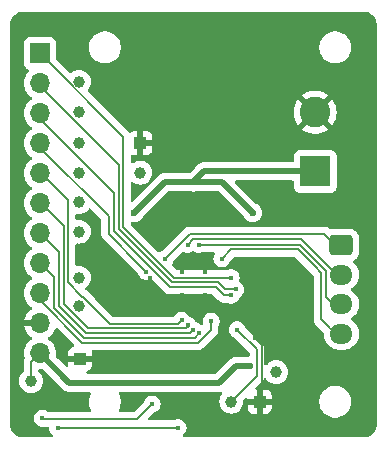
<source format=gbr>
%TF.GenerationSoftware,KiCad,Pcbnew,8.0.4*%
%TF.CreationDate,2024-09-14T10:14:20+02:00*%
%TF.ProjectId,tmc2208-breakout,746d6332-3230-4382-9d62-7265616b6f75,rev?*%
%TF.SameCoordinates,Original*%
%TF.FileFunction,Copper,L2,Bot*%
%TF.FilePolarity,Positive*%
%FSLAX46Y46*%
G04 Gerber Fmt 4.6, Leading zero omitted, Abs format (unit mm)*
G04 Created by KiCad (PCBNEW 8.0.4) date 2024-09-14 10:14:20*
%MOMM*%
%LPD*%
G01*
G04 APERTURE LIST*
G04 Aperture macros list*
%AMRoundRect*
0 Rectangle with rounded corners*
0 $1 Rounding radius*
0 $2 $3 $4 $5 $6 $7 $8 $9 X,Y pos of 4 corners*
0 Add a 4 corners polygon primitive as box body*
4,1,4,$2,$3,$4,$5,$6,$7,$8,$9,$2,$3,0*
0 Add four circle primitives for the rounded corners*
1,1,$1+$1,$2,$3*
1,1,$1+$1,$4,$5*
1,1,$1+$1,$6,$7*
1,1,$1+$1,$8,$9*
0 Add four rect primitives between the rounded corners*
20,1,$1+$1,$2,$3,$4,$5,0*
20,1,$1+$1,$4,$5,$6,$7,0*
20,1,$1+$1,$6,$7,$8,$9,0*
20,1,$1+$1,$8,$9,$2,$3,0*%
G04 Aperture macros list end*
%TA.AperFunction,ComponentPad*%
%ADD10C,1.000000*%
%TD*%
%TA.AperFunction,ComponentPad*%
%ADD11R,1.000000X1.000000*%
%TD*%
%TA.AperFunction,ComponentPad*%
%ADD12RoundRect,0.250000X-0.725000X0.600000X-0.725000X-0.600000X0.725000X-0.600000X0.725000X0.600000X0*%
%TD*%
%TA.AperFunction,ComponentPad*%
%ADD13O,1.950000X1.700000*%
%TD*%
%TA.AperFunction,ComponentPad*%
%ADD14R,1.700000X1.700000*%
%TD*%
%TA.AperFunction,ComponentPad*%
%ADD15O,1.700000X1.700000*%
%TD*%
%TA.AperFunction,ComponentPad*%
%ADD16R,2.600000X2.600000*%
%TD*%
%TA.AperFunction,ComponentPad*%
%ADD17C,2.600000*%
%TD*%
%TA.AperFunction,ViaPad*%
%ADD18C,0.400000*%
%TD*%
%TA.AperFunction,ViaPad*%
%ADD19C,0.600000*%
%TD*%
%TA.AperFunction,Conductor*%
%ADD20C,0.200000*%
%TD*%
%TA.AperFunction,Conductor*%
%ADD21C,0.500000*%
%TD*%
G04 APERTURE END LIST*
D10*
%TO.P,TP2,1,1*%
%TO.N,/DIR*%
X147300000Y-43900000D03*
%TD*%
D11*
%TO.P,TP20,1,1*%
%TO.N,GND*%
X152500000Y-49100000D03*
%TD*%
D10*
%TO.P,TP15,1,1*%
%TO.N,+5V*%
X164000000Y-68500000D03*
%TD*%
%TO.P,TP4,1,1*%
%TO.N,/MS2*%
X147300000Y-54100000D03*
%TD*%
D12*
%TO.P,J3,1,Pin_1*%
%TO.N,/OB2*%
X169525000Y-57750000D03*
D13*
%TO.P,J3,2,Pin_2*%
%TO.N,/OB1*%
X169525000Y-60250000D03*
%TO.P,J3,3,Pin_3*%
%TO.N,/OA1*%
X169525000Y-62750000D03*
%TO.P,J3,4,Pin_4*%
%TO.N,/OA2*%
X169525000Y-65250000D03*
%TD*%
D10*
%TO.P,TP6,1,1*%
%TO.N,/DIAG*%
X147300000Y-56600000D03*
%TD*%
D11*
%TO.P,TP19,1,1*%
%TO.N,GND*%
X162600000Y-71000000D03*
%TD*%
D10*
%TO.P,TP1,1,1*%
%TO.N,/EN#*%
X147300000Y-49100000D03*
%TD*%
D14*
%TO.P,J1,1,Pin_1*%
%TO.N,/DIR*%
X144000000Y-41500000D03*
D15*
%TO.P,J1,2,Pin_2*%
%TO.N,/VREF*%
X144000000Y-44040000D03*
%TO.P,J1,3,Pin_3*%
%TO.N,/STEP*%
X144000000Y-46580000D03*
%TO.P,J1,4,Pin_4*%
%TO.N,/EN#*%
X144000000Y-49120000D03*
%TO.P,J1,5,Pin_5*%
%TO.N,/MS1*%
X144000000Y-51660000D03*
%TO.P,J1,6,Pin_6*%
%TO.N,/MS2*%
X144000000Y-54200000D03*
%TO.P,J1,7,Pin_7*%
%TO.N,/DIAG*%
X144000000Y-56740000D03*
%TO.P,J1,8,Pin_8*%
%TO.N,/INDEX*%
X144000000Y-59280000D03*
%TO.P,J1,9,Pin_9*%
%TO.N,/PDN_UART*%
X144000000Y-61820000D03*
%TO.P,J1,10,Pin_10*%
%TO.N,GND*%
X144000000Y-64360000D03*
%TO.P,J1,11,Pin_11*%
%TO.N,+3V3*%
X144000000Y-66900000D03*
%TD*%
D10*
%TO.P,TP7,1,1*%
%TO.N,/INDEX*%
X147300000Y-60500000D03*
%TD*%
%TO.P,TP5,1,1*%
%TO.N,/STEP*%
X147300000Y-46500000D03*
%TD*%
D16*
%TO.P,J4,1,Pin_1*%
%TO.N,/VS*%
X167305000Y-51500000D03*
D17*
%TO.P,J4,2,Pin_2*%
%TO.N,GND*%
X167305000Y-46500000D03*
%TD*%
D10*
%TO.P,TP3,1,1*%
%TO.N,/MS1*%
X147300000Y-51600000D03*
%TD*%
%TO.P,TP14,1,1*%
%TO.N,/VS*%
X152500000Y-51600000D03*
%TD*%
%TO.P,TP12,1,1*%
%TO.N,/VCC_IO*%
X160200000Y-71000000D03*
%TD*%
D11*
%TO.P,TP18,1,1*%
%TO.N,GND*%
X147400000Y-67400000D03*
%TD*%
D10*
%TO.P,TP16,1,1*%
%TO.N,+3V3*%
X143250000Y-69250000D03*
%TD*%
%TO.P,TP8,1,1*%
%TO.N,/PDN_UART*%
X147300000Y-62900000D03*
%TD*%
D18*
%TO.N,GND*%
X153300000Y-60500000D03*
X159500000Y-63500000D03*
X156000000Y-60000000D03*
X158000000Y-62000000D03*
X162217570Y-65617570D03*
X154500000Y-67800000D03*
X159400000Y-67800000D03*
X163000000Y-59700000D03*
X163000000Y-62300000D03*
X158000000Y-60000000D03*
X154500000Y-55200000D03*
X156000000Y-62000000D03*
X150800000Y-61400000D03*
X159500000Y-55200000D03*
X157000000Y-55400000D03*
X160700000Y-59300000D03*
X154500000Y-63500000D03*
X159400000Y-67000000D03*
X154500000Y-67000000D03*
%TO.N,+3V3*%
X155500001Y-69399999D03*
D19*
X161776089Y-67976089D03*
D18*
%TO.N,/VCC_IO*%
X160693750Y-64893750D03*
D19*
%TO.N,/VS*%
X152000000Y-55000000D03*
X157000000Y-52400000D03*
X162000000Y-55000000D03*
D18*
%TO.N,/EN#*%
X152996218Y-59983164D03*
%TO.N,/DIR*%
X160200000Y-60500000D03*
%TO.N,/MS1*%
X156000000Y-64100000D03*
%TO.N,/MS2*%
X156500000Y-64500000D03*
%TO.N,/STEP*%
X160200000Y-62000000D03*
%TO.N,/DIAG*%
X156985931Y-64891559D03*
%TO.N,/INDEX*%
X157500000Y-65200000D03*
%TO.N,/PDN_UART*%
X158500000Y-64200000D03*
%TO.N,/OA1*%
X157500000Y-57700000D03*
%TO.N,/OA2*%
X159400000Y-58900000D03*
%TO.N,/OB1*%
X156500000Y-57700000D03*
%TO.N,/OB2*%
X154600000Y-58900000D03*
%TO.N,/VREF*%
X160600001Y-61499999D03*
%TO.N,Net-(STEP1-Pad2)*%
X144200000Y-72400000D03*
X153500000Y-71200000D03*
%TO.N,Net-(EN1-Pad1)*%
X145500000Y-73200000D03*
X155700000Y-73200000D03*
%TD*%
D20*
%TO.N,GND*%
X162800000Y-70800000D02*
X162800000Y-66200000D01*
X156000000Y-60000000D02*
X156000000Y-59500000D01*
X162800000Y-66200000D02*
X162217570Y-65617570D01*
X162600000Y-71000000D02*
X162800000Y-70800000D01*
X158000000Y-60000000D02*
X158000000Y-59500000D01*
D21*
%TO.N,+3V3*%
X160623911Y-67976089D02*
X159200001Y-69399999D01*
X146499999Y-69399999D02*
X144000000Y-66900000D01*
D20*
X143250000Y-67650000D02*
X144000000Y-66900000D01*
D21*
X161776089Y-67976089D02*
X160623911Y-67976089D01*
X159200001Y-69399999D02*
X155500001Y-69399999D01*
X155500001Y-69399999D02*
X146499999Y-69399999D01*
D20*
X143250000Y-69250000D02*
X143250000Y-67650000D01*
%TO.N,/VCC_IO*%
X160693750Y-64893750D02*
X162376089Y-66576089D01*
X160200000Y-71000000D02*
X162376089Y-68823911D01*
X162376089Y-66576089D02*
X162376089Y-68823911D01*
D21*
%TO.N,/VS*%
X167305000Y-51500000D02*
X157900000Y-51500000D01*
X159400000Y-52400000D02*
X162000000Y-55000000D01*
X157000000Y-52400000D02*
X159400000Y-52400000D01*
X157900000Y-51500000D02*
X157000000Y-52400000D01*
X154600000Y-52400000D02*
X152000000Y-55000000D01*
X157000000Y-52400000D02*
X154600000Y-52400000D01*
D20*
%TO.N,/EN#*%
X149817157Y-55317157D02*
X144000000Y-49500000D01*
X152497979Y-59484925D02*
X152484925Y-59484925D01*
X152996218Y-59983164D02*
X152497979Y-59484925D01*
X152484925Y-59484925D02*
X149817157Y-56817157D01*
X149817157Y-56817157D02*
X149817157Y-55317157D01*
X144000000Y-49500000D02*
X144000000Y-49005000D01*
%TO.N,/DIR*%
X151067157Y-56215624D02*
X151067157Y-48567157D01*
X151067157Y-48567157D02*
X144000000Y-41500000D01*
X160200000Y-60500000D02*
X155351533Y-60500000D01*
X155351533Y-60500000D02*
X151067157Y-56215624D01*
%TO.N,/MS1*%
X156000000Y-64100000D02*
X155700000Y-64400000D01*
X155700000Y-64400000D02*
X149900000Y-64400000D01*
X148100000Y-62600000D02*
X148100000Y-62568629D01*
X147600000Y-62100000D02*
X146400000Y-60900000D01*
X147631371Y-62100000D02*
X147600000Y-62100000D01*
X146400000Y-53945000D02*
X144000000Y-51545000D01*
X146400000Y-60900000D02*
X146400000Y-53945000D01*
X149900000Y-64400000D02*
X148100000Y-62600000D01*
X148100000Y-62568629D02*
X147631371Y-62100000D01*
%TO.N,/MS2*%
X146000000Y-56085000D02*
X144000000Y-54085000D01*
X156500000Y-64700000D02*
X156400000Y-64800000D01*
X148068629Y-64800000D02*
X146000000Y-62731371D01*
X146000000Y-62731371D02*
X146000000Y-56085000D01*
X156500000Y-64500000D02*
X156500000Y-64700000D01*
X156400000Y-64800000D02*
X148068629Y-64800000D01*
%TO.N,/STEP*%
X155020161Y-61300000D02*
X150267157Y-56546996D01*
X160200000Y-62000000D02*
X159600000Y-62000000D01*
X158900000Y-61300000D02*
X155020161Y-61300000D01*
X150267157Y-53367157D02*
X144000000Y-47100000D01*
X150267157Y-56546996D02*
X150267157Y-53367157D01*
X159600000Y-62000000D02*
X158900000Y-61300000D01*
%TO.N,/DIAG*%
X156985931Y-64891559D02*
X156677490Y-65200000D01*
X145600000Y-62897057D02*
X145600000Y-58340000D01*
X156677490Y-65200000D02*
X147902943Y-65200000D01*
X147902943Y-65200000D02*
X145600000Y-62897057D01*
X145600000Y-58340000D02*
X144000000Y-56740000D01*
%TO.N,/INDEX*%
X147737257Y-65600000D02*
X145200000Y-63062742D01*
X145200000Y-63062742D02*
X145200000Y-60480000D01*
X145200000Y-60480000D02*
X144000000Y-59280000D01*
X157500000Y-65200000D02*
X157100000Y-65600000D01*
X157100000Y-65600000D02*
X147737257Y-65600000D01*
%TO.N,/PDN_UART*%
X147571571Y-66000000D02*
X144000000Y-62428429D01*
X158500000Y-64907107D02*
X157407107Y-66000000D01*
X158500000Y-64200000D02*
X158500000Y-64907107D01*
X144000000Y-62428429D02*
X144000000Y-61820000D01*
X157407107Y-66000000D02*
X147571571Y-66000000D01*
%TO.N,/OA1*%
X169350000Y-63250000D02*
X169525000Y-63250000D01*
X157500000Y-57700000D02*
X166000000Y-57700000D01*
X168200000Y-59900000D02*
X168200000Y-62100000D01*
X168200000Y-62100000D02*
X169350000Y-63250000D01*
X166000000Y-57700000D02*
X168200000Y-59900000D01*
%TO.N,/OA2*%
X159400000Y-58900000D02*
X160200000Y-58100000D01*
X167800000Y-60300000D02*
X167800000Y-64025000D01*
X167800000Y-60065686D02*
X167800000Y-60300000D01*
X167267157Y-59532843D02*
X167800000Y-60065686D01*
X167800000Y-64025000D02*
X169525000Y-65750000D01*
X160200000Y-58100000D02*
X160900000Y-58100000D01*
X165834314Y-58100000D02*
X167267157Y-59532843D01*
X160900000Y-58100000D02*
X165834314Y-58100000D01*
%TO.N,/OB1*%
X157000000Y-57200000D02*
X166100000Y-57200000D01*
X156500000Y-57700000D02*
X157000000Y-57200000D01*
X166100000Y-57200000D02*
X169525000Y-60625000D01*
%TO.N,/OB2*%
X168075000Y-56800000D02*
X169525000Y-58250000D01*
X154600000Y-58900000D02*
X154600000Y-58892893D01*
X154600000Y-58892893D02*
X156692893Y-56800000D01*
X156692893Y-56800000D02*
X168075000Y-56800000D01*
%TO.N,/VREF*%
X155185847Y-60900000D02*
X150667157Y-56381311D01*
X144400000Y-44731371D02*
X144400000Y-44040000D01*
X160600001Y-61499999D02*
X159665685Y-61499999D01*
X159665685Y-61499999D02*
X159065686Y-60900000D01*
X159065686Y-60900000D02*
X155185847Y-60900000D01*
X150667157Y-50998528D02*
X144400000Y-44731371D01*
X150667157Y-56381311D02*
X150667157Y-50998528D01*
%TO.N,Net-(STEP1-Pad2)*%
X144200000Y-72400000D02*
X144300000Y-72500000D01*
X150100000Y-72500000D02*
X152200000Y-72500000D01*
X152200000Y-72500000D02*
X153500000Y-71200000D01*
X144300000Y-72500000D02*
X150100000Y-72500000D01*
%TO.N,Net-(EN1-Pad1)*%
X155000000Y-73200000D02*
X155700000Y-73200000D01*
X145500000Y-73200000D02*
X155000000Y-73200000D01*
%TD*%
%TA.AperFunction,Conductor*%
%TO.N,GND*%
G36*
X171501551Y-38000038D02*
G01*
X171587403Y-38002141D01*
X171608896Y-38004523D01*
X171778820Y-38038323D01*
X171802443Y-38045489D01*
X171961076Y-38111197D01*
X171982856Y-38122840D01*
X172125612Y-38218226D01*
X172144705Y-38233896D01*
X172266103Y-38355294D01*
X172281773Y-38374387D01*
X172377159Y-38517143D01*
X172388803Y-38538926D01*
X172454507Y-38697547D01*
X172461677Y-38721185D01*
X172495475Y-38891102D01*
X172497858Y-38912596D01*
X172499962Y-38998447D01*
X172500000Y-39001534D01*
X172500000Y-72998465D01*
X172499962Y-73001552D01*
X172497858Y-73087403D01*
X172495475Y-73108897D01*
X172461677Y-73278814D01*
X172454507Y-73302452D01*
X172388803Y-73461073D01*
X172377159Y-73482856D01*
X172281773Y-73625612D01*
X172266103Y-73644705D01*
X172144705Y-73766103D01*
X172125612Y-73781773D01*
X171982856Y-73877159D01*
X171961073Y-73888803D01*
X171802452Y-73954507D01*
X171778814Y-73961677D01*
X171608897Y-73995475D01*
X171587403Y-73997858D01*
X171503631Y-73999911D01*
X171501550Y-73999962D01*
X171498465Y-74000000D01*
X156197651Y-74000000D01*
X156129530Y-73979998D01*
X156083037Y-73926342D01*
X156072933Y-73856068D01*
X156102427Y-73791488D01*
X156114091Y-73779693D01*
X156234215Y-73673273D01*
X156331954Y-73531675D01*
X156392965Y-73370801D01*
X156413704Y-73200000D01*
X156392965Y-73029199D01*
X156331954Y-72868325D01*
X156234215Y-72726727D01*
X156105430Y-72612633D01*
X156105429Y-72612632D01*
X156105426Y-72612630D01*
X155953087Y-72532677D01*
X155953079Y-72532673D01*
X155786031Y-72491500D01*
X155786028Y-72491500D01*
X155613972Y-72491500D01*
X155613968Y-72491500D01*
X155446920Y-72532673D01*
X155446912Y-72532677D01*
X155362335Y-72577067D01*
X155303780Y-72591500D01*
X153273240Y-72591500D01*
X153205119Y-72571498D01*
X153158626Y-72517842D01*
X153148522Y-72447568D01*
X153178016Y-72382988D01*
X153184144Y-72376405D01*
X153289959Y-72270588D01*
X153648807Y-71911740D01*
X153707748Y-71878498D01*
X153753083Y-71867325D01*
X153905430Y-71787367D01*
X154034215Y-71673273D01*
X154131954Y-71531675D01*
X154192965Y-71370801D01*
X154207633Y-71250000D01*
X154213704Y-71200003D01*
X154213704Y-71199996D01*
X154195458Y-71049728D01*
X154192965Y-71029199D01*
X154131954Y-70868325D01*
X154034215Y-70726727D01*
X153905430Y-70612633D01*
X153905429Y-70612632D01*
X153905426Y-70612630D01*
X153753087Y-70532677D01*
X153753079Y-70532673D01*
X153586031Y-70491500D01*
X153586028Y-70491500D01*
X153413972Y-70491500D01*
X153413968Y-70491500D01*
X153246920Y-70532673D01*
X153246912Y-70532677D01*
X153094573Y-70612630D01*
X153094568Y-70612634D01*
X152965785Y-70726727D01*
X152868045Y-70868326D01*
X152814662Y-71009088D01*
X152785946Y-71053503D01*
X151984856Y-71854595D01*
X151922543Y-71888620D01*
X151895760Y-71891500D01*
X150767072Y-71891500D01*
X150698951Y-71871498D01*
X150652458Y-71817842D01*
X150642354Y-71747568D01*
X150654805Y-71708297D01*
X150655049Y-71707819D01*
X150655051Y-71707816D01*
X150751557Y-71518412D01*
X150817246Y-71316243D01*
X150850500Y-71106287D01*
X150850500Y-70893713D01*
X150817246Y-70683757D01*
X150751557Y-70481588D01*
X150680280Y-70341700D01*
X150667177Y-70271925D01*
X150693877Y-70206140D01*
X150751905Y-70165234D01*
X150792548Y-70158499D01*
X159274702Y-70158499D01*
X159274706Y-70158499D01*
X159274707Y-70158499D01*
X159301304Y-70153208D01*
X159372015Y-70159534D01*
X159428084Y-70203087D01*
X159451705Y-70270038D01*
X159435380Y-70339133D01*
X159423286Y-70356719D01*
X159357405Y-70436995D01*
X159263759Y-70612195D01*
X159206090Y-70802305D01*
X159186620Y-70999996D01*
X159186620Y-71000003D01*
X159206090Y-71197694D01*
X159206091Y-71197700D01*
X159206092Y-71197701D01*
X159263759Y-71387804D01*
X159357405Y-71563004D01*
X159483432Y-71716568D01*
X159636996Y-71842595D01*
X159812196Y-71936241D01*
X160002299Y-71993908D01*
X160002303Y-71993908D01*
X160002305Y-71993909D01*
X160199997Y-72013380D01*
X160200000Y-72013380D01*
X160200003Y-72013380D01*
X160397694Y-71993909D01*
X160397695Y-71993908D01*
X160397701Y-71993908D01*
X160587804Y-71936241D01*
X160763004Y-71842595D01*
X160916568Y-71716568D01*
X161042595Y-71563004D01*
X161050296Y-71548597D01*
X161592000Y-71548597D01*
X161598505Y-71609093D01*
X161649555Y-71745964D01*
X161649555Y-71745965D01*
X161737095Y-71862904D01*
X161854034Y-71950444D01*
X161990906Y-72001494D01*
X162051402Y-72007999D01*
X162051415Y-72008000D01*
X162346000Y-72008000D01*
X162854000Y-72008000D01*
X163148585Y-72008000D01*
X163148597Y-72007999D01*
X163209093Y-72001494D01*
X163345964Y-71950444D01*
X163345965Y-71950444D01*
X163462904Y-71862904D01*
X163550444Y-71745965D01*
X163550444Y-71745964D01*
X163601494Y-71609093D01*
X163607999Y-71548597D01*
X163608000Y-71548585D01*
X163608000Y-71254000D01*
X162854000Y-71254000D01*
X162854000Y-72008000D01*
X162346000Y-72008000D01*
X162346000Y-71254000D01*
X161592000Y-71254000D01*
X161592000Y-71548597D01*
X161050296Y-71548597D01*
X161136241Y-71387804D01*
X161193908Y-71197701D01*
X161208111Y-71053503D01*
X161213380Y-71000003D01*
X161213380Y-70999999D01*
X161212402Y-70990071D01*
X161208482Y-70950272D01*
X162350000Y-70950272D01*
X162350000Y-71049728D01*
X162388060Y-71141614D01*
X162458386Y-71211940D01*
X162550272Y-71250000D01*
X162649728Y-71250000D01*
X162741614Y-71211940D01*
X162811940Y-71141614D01*
X162850000Y-71049728D01*
X162850000Y-70950272D01*
X162826573Y-70893713D01*
X167649500Y-70893713D01*
X167649500Y-71106287D01*
X167682754Y-71316243D01*
X167748443Y-71518412D01*
X167836636Y-71691500D01*
X167844951Y-71707819D01*
X167863010Y-71732675D01*
X167969896Y-71879792D01*
X167969898Y-71879794D01*
X167969900Y-71879797D01*
X168120202Y-72030099D01*
X168120205Y-72030101D01*
X168120208Y-72030104D01*
X168292184Y-72155051D01*
X168481588Y-72251557D01*
X168683757Y-72317246D01*
X168893713Y-72350500D01*
X168893716Y-72350500D01*
X169106284Y-72350500D01*
X169106287Y-72350500D01*
X169316243Y-72317246D01*
X169518412Y-72251557D01*
X169707816Y-72155051D01*
X169879792Y-72030104D01*
X170030104Y-71879792D01*
X170155051Y-71707816D01*
X170251557Y-71518412D01*
X170317246Y-71316243D01*
X170350500Y-71106287D01*
X170350500Y-70893713D01*
X170317246Y-70683757D01*
X170251557Y-70481588D01*
X170155051Y-70292184D01*
X170030104Y-70120208D01*
X170030101Y-70120205D01*
X170030099Y-70120202D01*
X169879797Y-69969900D01*
X169879794Y-69969898D01*
X169879792Y-69969896D01*
X169707816Y-69844949D01*
X169518412Y-69748443D01*
X169316243Y-69682754D01*
X169106287Y-69649500D01*
X168893713Y-69649500D01*
X168683757Y-69682754D01*
X168683754Y-69682754D01*
X168683753Y-69682755D01*
X168481588Y-69748443D01*
X168481586Y-69748444D01*
X168292180Y-69844951D01*
X168120205Y-69969898D01*
X168120202Y-69969900D01*
X167969900Y-70120202D01*
X167969898Y-70120205D01*
X167844951Y-70292180D01*
X167748444Y-70481586D01*
X167748443Y-70481588D01*
X167705865Y-70612630D01*
X167682754Y-70683757D01*
X167649500Y-70893713D01*
X162826573Y-70893713D01*
X162811940Y-70858386D01*
X162741614Y-70788060D01*
X162649728Y-70750000D01*
X162550272Y-70750000D01*
X162458386Y-70788060D01*
X162388060Y-70858386D01*
X162350000Y-70950272D01*
X161208482Y-70950272D01*
X161205517Y-70920176D01*
X161218744Y-70850426D01*
X161241809Y-70818738D01*
X161376907Y-70683640D01*
X161439217Y-70649617D01*
X161510033Y-70654682D01*
X161566868Y-70697229D01*
X161580930Y-70734931D01*
X161591999Y-70746000D01*
X162346000Y-70746000D01*
X162854000Y-70746000D01*
X163608000Y-70746000D01*
X163608000Y-70451414D01*
X163607999Y-70451402D01*
X163601494Y-70390906D01*
X163550444Y-70254035D01*
X163550444Y-70254034D01*
X163462904Y-70137095D01*
X163345965Y-70049555D01*
X163209093Y-69998505D01*
X163148597Y-69992000D01*
X162854000Y-69992000D01*
X162854000Y-70746000D01*
X162346000Y-70746000D01*
X162346000Y-69991999D01*
X162334886Y-69980885D01*
X162304618Y-69971998D01*
X162258125Y-69918342D01*
X162248021Y-69848068D01*
X162277515Y-69783488D01*
X162283635Y-69776913D01*
X162863011Y-69197538D01*
X162939857Y-69064435D01*
X162991238Y-69015444D01*
X163060951Y-69002007D01*
X163126862Y-69028394D01*
X163152438Y-69058880D01*
X163153967Y-69057859D01*
X163157403Y-69063002D01*
X163157405Y-69063004D01*
X163283432Y-69216568D01*
X163436996Y-69342595D01*
X163612196Y-69436241D01*
X163802299Y-69493908D01*
X163802303Y-69493908D01*
X163802305Y-69493909D01*
X163999997Y-69513380D01*
X164000000Y-69513380D01*
X164000003Y-69513380D01*
X164197694Y-69493909D01*
X164197695Y-69493908D01*
X164197701Y-69493908D01*
X164387804Y-69436241D01*
X164563004Y-69342595D01*
X164716568Y-69216568D01*
X164842595Y-69063004D01*
X164936241Y-68887804D01*
X164993908Y-68697701D01*
X164994963Y-68686996D01*
X165013380Y-68500003D01*
X165013380Y-68499996D01*
X164993909Y-68302305D01*
X164993908Y-68302303D01*
X164993908Y-68302299D01*
X164936241Y-68112196D01*
X164842595Y-67936996D01*
X164716568Y-67783432D01*
X164563004Y-67657405D01*
X164387804Y-67563759D01*
X164197701Y-67506092D01*
X164197700Y-67506091D01*
X164197694Y-67506090D01*
X164000003Y-67486620D01*
X163999997Y-67486620D01*
X163802305Y-67506090D01*
X163612195Y-67563759D01*
X163436995Y-67657405D01*
X163283431Y-67783432D01*
X163207988Y-67875360D01*
X163149311Y-67915329D01*
X163078339Y-67917229D01*
X163017607Y-67880458D01*
X162986396Y-67816690D01*
X162984589Y-67795426D01*
X162984589Y-66495979D01*
X162982161Y-66486916D01*
X162943121Y-66341217D01*
X162943119Y-66341214D01*
X162943119Y-66341212D01*
X162881723Y-66234872D01*
X162863013Y-66202465D01*
X162863005Y-66202455D01*
X161407806Y-64747257D01*
X161379089Y-64702842D01*
X161341951Y-64604917D01*
X161325704Y-64562075D01*
X161227965Y-64420477D01*
X161099180Y-64306383D01*
X161099179Y-64306382D01*
X161099176Y-64306380D01*
X160946837Y-64226427D01*
X160946829Y-64226423D01*
X160779781Y-64185250D01*
X160779778Y-64185250D01*
X160607722Y-64185250D01*
X160607718Y-64185250D01*
X160440670Y-64226423D01*
X160440662Y-64226427D01*
X160288323Y-64306380D01*
X160288318Y-64306384D01*
X160159535Y-64420477D01*
X160061795Y-64562076D01*
X160000784Y-64722950D01*
X159980046Y-64893746D01*
X159980046Y-64893753D01*
X160000784Y-65064549D01*
X160034123Y-65152456D01*
X160061796Y-65225425D01*
X160159535Y-65367023D01*
X160288320Y-65481117D01*
X160440667Y-65561075D01*
X160486000Y-65572248D01*
X160544943Y-65605492D01*
X161730684Y-66791233D01*
X161764710Y-66853545D01*
X161767589Y-66880328D01*
X161767589Y-67050830D01*
X161747587Y-67118951D01*
X161693931Y-67165444D01*
X161655701Y-67176037D01*
X161595042Y-67182872D01*
X161595039Y-67182872D01*
X161595038Y-67182873D01*
X161580215Y-67188060D01*
X161518818Y-67209544D01*
X161516034Y-67210518D01*
X161474419Y-67217589D01*
X160549199Y-67217589D01*
X160475935Y-67232162D01*
X160475935Y-67232163D01*
X160402664Y-67246738D01*
X160402662Y-67246738D01*
X160402661Y-67246739D01*
X160264625Y-67303916D01*
X160140397Y-67386922D01*
X160140391Y-67386927D01*
X158922725Y-68604594D01*
X158860413Y-68638620D01*
X158833630Y-68641499D01*
X148063989Y-68641499D01*
X147995868Y-68621497D01*
X147949375Y-68567841D01*
X147939271Y-68497567D01*
X147968765Y-68432987D01*
X148019956Y-68397443D01*
X148145966Y-68350443D01*
X148262904Y-68262904D01*
X148350444Y-68145965D01*
X148350444Y-68145964D01*
X148401494Y-68009093D01*
X148407999Y-67948597D01*
X148408000Y-67948585D01*
X148408000Y-67654000D01*
X146392000Y-67654000D01*
X146392000Y-67915129D01*
X146371998Y-67983250D01*
X146318342Y-68029743D01*
X146248068Y-68039847D01*
X146183488Y-68010353D01*
X146176905Y-68004224D01*
X145522953Y-67350272D01*
X147150000Y-67350272D01*
X147150000Y-67449728D01*
X147188060Y-67541614D01*
X147258386Y-67611940D01*
X147350272Y-67650000D01*
X147449728Y-67650000D01*
X147541614Y-67611940D01*
X147611940Y-67541614D01*
X147650000Y-67449728D01*
X147650000Y-67350272D01*
X147611940Y-67258386D01*
X147541614Y-67188060D01*
X147449728Y-67150000D01*
X147350272Y-67150000D01*
X147258386Y-67188060D01*
X147188060Y-67258386D01*
X147150000Y-67350272D01*
X145522953Y-67350272D01*
X145382225Y-67209544D01*
X145348199Y-67147232D01*
X145345750Y-67110049D01*
X145363156Y-66900000D01*
X145344564Y-66675632D01*
X145302360Y-66508972D01*
X145289297Y-66457387D01*
X145289296Y-66457386D01*
X145289296Y-66457384D01*
X145198860Y-66251209D01*
X145167012Y-66202462D01*
X145075724Y-66062734D01*
X145075720Y-66062729D01*
X144923237Y-65897091D01*
X144841382Y-65833381D01*
X144745576Y-65758811D01*
X144711792Y-65740528D01*
X144661402Y-65690516D01*
X144646050Y-65621199D01*
X144670610Y-65554586D01*
X144711793Y-65518901D01*
X144745300Y-65500767D01*
X144745301Y-65500767D01*
X144922902Y-65362534D01*
X145075325Y-65196958D01*
X145198419Y-65008548D01*
X145283239Y-64815180D01*
X145328920Y-64760832D01*
X145396732Y-64739808D01*
X145465146Y-64758784D01*
X145487721Y-64776699D01*
X146892375Y-66181353D01*
X146926401Y-66243665D01*
X146921336Y-66314480D01*
X146878789Y-66371316D01*
X146816753Y-66395726D01*
X146790905Y-66398505D01*
X146654035Y-66449555D01*
X146654034Y-66449555D01*
X146537095Y-66537095D01*
X146449555Y-66654034D01*
X146449555Y-66654035D01*
X146398505Y-66790906D01*
X146392000Y-66851402D01*
X146392000Y-67146000D01*
X148408000Y-67146000D01*
X148408000Y-66851414D01*
X148407999Y-66851402D01*
X148401494Y-66790905D01*
X148396880Y-66778534D01*
X148391814Y-66707718D01*
X148425838Y-66645406D01*
X148488150Y-66611380D01*
X148514935Y-66608500D01*
X157487217Y-66608500D01*
X157487218Y-66608500D01*
X157564598Y-66587766D01*
X157641980Y-66567032D01*
X157780734Y-66486922D01*
X158986921Y-65280735D01*
X159067032Y-65141980D01*
X159097251Y-65029199D01*
X159108500Y-64987218D01*
X159108500Y-64604917D01*
X159128502Y-64536796D01*
X159130807Y-64533337D01*
X159131953Y-64531676D01*
X159131952Y-64531676D01*
X159131954Y-64531675D01*
X159192965Y-64370801D01*
X159206434Y-64259872D01*
X159213704Y-64200003D01*
X159213704Y-64199996D01*
X159192965Y-64029200D01*
X159192028Y-64026727D01*
X159131954Y-63868325D01*
X159034215Y-63726727D01*
X158905430Y-63612633D01*
X158905429Y-63612632D01*
X158905426Y-63612630D01*
X158753087Y-63532677D01*
X158753079Y-63532673D01*
X158586031Y-63491500D01*
X158586028Y-63491500D01*
X158413972Y-63491500D01*
X158413968Y-63491500D01*
X158246920Y-63532673D01*
X158246912Y-63532677D01*
X158094573Y-63612630D01*
X158094568Y-63612634D01*
X157965785Y-63726727D01*
X157868045Y-63868326D01*
X157807034Y-64029200D01*
X157786296Y-64199996D01*
X157786296Y-64200003D01*
X157806957Y-64370166D01*
X157795312Y-64440201D01*
X157747652Y-64492822D01*
X157679108Y-64511323D01*
X157651720Y-64507691D01*
X157613930Y-64498376D01*
X157552576Y-64462652D01*
X157540391Y-64447615D01*
X157520147Y-64418288D01*
X157520146Y-64418286D01*
X157391361Y-64304192D01*
X157391360Y-64304191D01*
X157391357Y-64304189D01*
X157239018Y-64224236D01*
X157239007Y-64224231D01*
X157202902Y-64215332D01*
X157141548Y-64179608D01*
X157129367Y-64164577D01*
X157034215Y-64026727D01*
X156905430Y-63912633D01*
X156905429Y-63912632D01*
X156905426Y-63912630D01*
X156753087Y-63832677D01*
X156753076Y-63832672D01*
X156707040Y-63821325D01*
X156645686Y-63785601D01*
X156633501Y-63770564D01*
X156534217Y-63626729D01*
X156405431Y-63512634D01*
X156405426Y-63512630D01*
X156253087Y-63432677D01*
X156253079Y-63432673D01*
X156086031Y-63391500D01*
X156086028Y-63391500D01*
X155913972Y-63391500D01*
X155913968Y-63391500D01*
X155746920Y-63432673D01*
X155746912Y-63432677D01*
X155594573Y-63512630D01*
X155594568Y-63512634D01*
X155514745Y-63583352D01*
X155465785Y-63626727D01*
X155389614Y-63737078D01*
X155334457Y-63781776D01*
X155285920Y-63791500D01*
X150204239Y-63791500D01*
X150136118Y-63771498D01*
X150115144Y-63754595D01*
X148641505Y-62280956D01*
X148621481Y-62254861D01*
X148586923Y-62195004D01*
X148586919Y-62194999D01*
X148536651Y-62144731D01*
X148473628Y-62081708D01*
X148004998Y-61613078D01*
X148004997Y-61613077D01*
X147945133Y-61578514D01*
X147919039Y-61558490D01*
X147873503Y-61512954D01*
X147839477Y-61450642D01*
X147844542Y-61379827D01*
X147882663Y-61326461D01*
X148016568Y-61216568D01*
X148142595Y-61063004D01*
X148236241Y-60887804D01*
X148293908Y-60697701D01*
X148296558Y-60670801D01*
X148313380Y-60500003D01*
X148313380Y-60499996D01*
X148293909Y-60302305D01*
X148293908Y-60302303D01*
X148293908Y-60302299D01*
X148236241Y-60112196D01*
X148142595Y-59936996D01*
X148016568Y-59783432D01*
X147863004Y-59657405D01*
X147687804Y-59563759D01*
X147497701Y-59506092D01*
X147497700Y-59506091D01*
X147497694Y-59506090D01*
X147300003Y-59486620D01*
X147299997Y-59486620D01*
X147146850Y-59501703D01*
X147077096Y-59488474D01*
X147025568Y-59439634D01*
X147008500Y-59376310D01*
X147008500Y-57723689D01*
X147028502Y-57655568D01*
X147082158Y-57609075D01*
X147146850Y-57598296D01*
X147299997Y-57613380D01*
X147300000Y-57613380D01*
X147300003Y-57613380D01*
X147497694Y-57593909D01*
X147497695Y-57593908D01*
X147497701Y-57593908D01*
X147687804Y-57536241D01*
X147863004Y-57442595D01*
X148016568Y-57316568D01*
X148142595Y-57163004D01*
X148236241Y-56987804D01*
X148293908Y-56797701D01*
X148305861Y-56676348D01*
X148313380Y-56600003D01*
X148313380Y-56599996D01*
X148293909Y-56402305D01*
X148293908Y-56402303D01*
X148293908Y-56402299D01*
X148236241Y-56212196D01*
X148142595Y-56036996D01*
X148016568Y-55883432D01*
X147863004Y-55757405D01*
X147687804Y-55663759D01*
X147497701Y-55606092D01*
X147497700Y-55606091D01*
X147497694Y-55606090D01*
X147300003Y-55586620D01*
X147299997Y-55586620D01*
X147146850Y-55601703D01*
X147077096Y-55588474D01*
X147025568Y-55539634D01*
X147008500Y-55476310D01*
X147008500Y-55223689D01*
X147028502Y-55155568D01*
X147082158Y-55109075D01*
X147146850Y-55098296D01*
X147299997Y-55113380D01*
X147300000Y-55113380D01*
X147300003Y-55113380D01*
X147497694Y-55093909D01*
X147497695Y-55093908D01*
X147497701Y-55093908D01*
X147687804Y-55036241D01*
X147863004Y-54942595D01*
X148016568Y-54816568D01*
X148126460Y-54682663D01*
X148185137Y-54642696D01*
X148256108Y-54640795D01*
X148312954Y-54673503D01*
X149171752Y-55532301D01*
X149205778Y-55594613D01*
X149208657Y-55621396D01*
X149208657Y-56897268D01*
X149225273Y-56959283D01*
X149225274Y-56959283D01*
X149225274Y-56959284D01*
X149226637Y-56964368D01*
X149250125Y-57052029D01*
X149250127Y-57052034D01*
X149330232Y-57190780D01*
X149330240Y-57190790D01*
X152111293Y-59971843D01*
X152111301Y-59971849D01*
X152127818Y-59981385D01*
X152153915Y-60001410D01*
X152282161Y-60129656D01*
X152310878Y-60174071D01*
X152359510Y-60302305D01*
X152364264Y-60314839D01*
X152462003Y-60456437D01*
X152590788Y-60570531D01*
X152590789Y-60570531D01*
X152590791Y-60570533D01*
X152592935Y-60571658D01*
X152743135Y-60650489D01*
X152743136Y-60650489D01*
X152743138Y-60650490D01*
X152858039Y-60678810D01*
X152910190Y-60691664D01*
X152910193Y-60691664D01*
X153082243Y-60691664D01*
X153082246Y-60691664D01*
X153249301Y-60650489D01*
X153338246Y-60603806D01*
X153407854Y-60589861D01*
X153473956Y-60615764D01*
X153485892Y-60626280D01*
X154646527Y-61786916D01*
X154646532Y-61786920D01*
X154646534Y-61786922D01*
X154646535Y-61786923D01*
X154646537Y-61786924D01*
X154681090Y-61806873D01*
X154681091Y-61806873D01*
X154681094Y-61806875D01*
X154785289Y-61867032D01*
X154940050Y-61908500D01*
X154940051Y-61908500D01*
X155100271Y-61908500D01*
X158595761Y-61908500D01*
X158663882Y-61928502D01*
X158684856Y-61945405D01*
X159113078Y-62373627D01*
X159113079Y-62373628D01*
X159226372Y-62486921D01*
X159365128Y-62567032D01*
X159519889Y-62608500D01*
X159680110Y-62608500D01*
X159803780Y-62608500D01*
X159862335Y-62622933D01*
X159900730Y-62643084D01*
X159946917Y-62667325D01*
X159946918Y-62667325D01*
X159946920Y-62667326D01*
X160105394Y-62706385D01*
X160113972Y-62708500D01*
X160113975Y-62708500D01*
X160286025Y-62708500D01*
X160286028Y-62708500D01*
X160453083Y-62667325D01*
X160605430Y-62587367D01*
X160734215Y-62473273D01*
X160831954Y-62331675D01*
X160887577Y-62185005D01*
X160930435Y-62128406D01*
X160946835Y-62118119D01*
X161005431Y-62087366D01*
X161134216Y-61973272D01*
X161231955Y-61831674D01*
X161292966Y-61670800D01*
X161313705Y-61499999D01*
X161299113Y-61379827D01*
X161292966Y-61329199D01*
X161291928Y-61326460D01*
X161231955Y-61168324D01*
X161134216Y-61026726D01*
X161005431Y-60912632D01*
X161005430Y-60912631D01*
X161005427Y-60912629D01*
X160933985Y-60875134D01*
X160882962Y-60825766D01*
X160866730Y-60756650D01*
X160874729Y-60718885D01*
X160882766Y-60697694D01*
X160892965Y-60670801D01*
X160906599Y-60558516D01*
X160913704Y-60500003D01*
X160913704Y-60499996D01*
X160892965Y-60329200D01*
X160882766Y-60302305D01*
X160831954Y-60168325D01*
X160734215Y-60026727D01*
X160605430Y-59912633D01*
X160605429Y-59912632D01*
X160605426Y-59912630D01*
X160453087Y-59832677D01*
X160453079Y-59832673D01*
X160286031Y-59791500D01*
X160286028Y-59791500D01*
X160113972Y-59791500D01*
X160113968Y-59791500D01*
X159946920Y-59832673D01*
X159946912Y-59832677D01*
X159862335Y-59877067D01*
X159803780Y-59891500D01*
X155655772Y-59891500D01*
X155587651Y-59871498D01*
X155566677Y-59854595D01*
X155188513Y-59476431D01*
X155154487Y-59414119D01*
X155159552Y-59343304D01*
X155173906Y-59315770D01*
X155231954Y-59231675D01*
X155289683Y-59079455D01*
X155318398Y-59035042D01*
X156010326Y-58343114D01*
X156072636Y-58309090D01*
X156143451Y-58314155D01*
X156157967Y-58320640D01*
X156246917Y-58367325D01*
X156246918Y-58367325D01*
X156246920Y-58367326D01*
X156307097Y-58382158D01*
X156413972Y-58408500D01*
X156413975Y-58408500D01*
X156586025Y-58408500D01*
X156586028Y-58408500D01*
X156753083Y-58367325D01*
X156905430Y-58287367D01*
X156916445Y-58277607D01*
X156980697Y-58247406D01*
X157051078Y-58256737D01*
X157083553Y-58277606D01*
X157094570Y-58287367D01*
X157094571Y-58287367D01*
X157094573Y-58287369D01*
X157157974Y-58320644D01*
X157246917Y-58367325D01*
X157246918Y-58367325D01*
X157246920Y-58367326D01*
X157307097Y-58382158D01*
X157413972Y-58408500D01*
X157413975Y-58408500D01*
X157586025Y-58408500D01*
X157586028Y-58408500D01*
X157753083Y-58367325D01*
X157827054Y-58328502D01*
X157837665Y-58322933D01*
X157896220Y-58308500D01*
X158707318Y-58308500D01*
X158775439Y-58328502D01*
X158821932Y-58382158D01*
X158832036Y-58452432D01*
X158811015Y-58506074D01*
X158779166Y-58552214D01*
X158768045Y-58568326D01*
X158707034Y-58729200D01*
X158686296Y-58899996D01*
X158686296Y-58900003D01*
X158707034Y-59070799D01*
X158761265Y-59213794D01*
X158768046Y-59231675D01*
X158865785Y-59373273D01*
X158994570Y-59487367D01*
X158994571Y-59487367D01*
X158994573Y-59487369D01*
X159030247Y-59506092D01*
X159146917Y-59567325D01*
X159146918Y-59567325D01*
X159146920Y-59567326D01*
X159305394Y-59606385D01*
X159313972Y-59608500D01*
X159313975Y-59608500D01*
X159486025Y-59608500D01*
X159486028Y-59608500D01*
X159653083Y-59567325D01*
X159805430Y-59487367D01*
X159934215Y-59373273D01*
X160031954Y-59231675D01*
X160085340Y-59090905D01*
X160114055Y-59046492D01*
X160415145Y-58745404D01*
X160477457Y-58711379D01*
X160504240Y-58708500D01*
X160819889Y-58708500D01*
X165530075Y-58708500D01*
X165598196Y-58728502D01*
X165619170Y-58745405D01*
X167154595Y-60280830D01*
X167188621Y-60343142D01*
X167191500Y-60369925D01*
X167191500Y-64105111D01*
X167208437Y-64168324D01*
X167208438Y-64168324D01*
X167208438Y-64168325D01*
X167224007Y-64226427D01*
X167232968Y-64259872D01*
X167232970Y-64259877D01*
X167313075Y-64398623D01*
X167313077Y-64398625D01*
X167313078Y-64398627D01*
X168004596Y-65090145D01*
X168038620Y-65152456D01*
X168041500Y-65179239D01*
X168041500Y-65356916D01*
X168072808Y-65554586D01*
X168074952Y-65568121D01*
X168141026Y-65771478D01*
X168141028Y-65771483D01*
X168238106Y-65962009D01*
X168363794Y-66135004D01*
X168363796Y-66135006D01*
X168363798Y-66135009D01*
X168514990Y-66286201D01*
X168514993Y-66286203D01*
X168514996Y-66286206D01*
X168687991Y-66411894D01*
X168878517Y-66508972D01*
X169081878Y-66575047D01*
X169081879Y-66575047D01*
X169081884Y-66575049D01*
X169293084Y-66608500D01*
X169293087Y-66608500D01*
X169756913Y-66608500D01*
X169756916Y-66608500D01*
X169968116Y-66575049D01*
X170171483Y-66508972D01*
X170362009Y-66411894D01*
X170535004Y-66286206D01*
X170686206Y-66135004D01*
X170811894Y-65962009D01*
X170908972Y-65771483D01*
X170975049Y-65568116D01*
X171008500Y-65356916D01*
X171008500Y-65143084D01*
X170975049Y-64931884D01*
X170908972Y-64728517D01*
X170811894Y-64537991D01*
X170686206Y-64364996D01*
X170686203Y-64364993D01*
X170686201Y-64364990D01*
X170535009Y-64213798D01*
X170535006Y-64213796D01*
X170535004Y-64213794D01*
X170381043Y-64101935D01*
X170337690Y-64045714D01*
X170331615Y-63974978D01*
X170364746Y-63912186D01*
X170381044Y-63898064D01*
X170535004Y-63786206D01*
X170686206Y-63635004D01*
X170811894Y-63462009D01*
X170908972Y-63271483D01*
X170975049Y-63068116D01*
X171008500Y-62856916D01*
X171008500Y-62643084D01*
X170975049Y-62431884D01*
X170908972Y-62228517D01*
X170811894Y-62037991D01*
X170686206Y-61864996D01*
X170686203Y-61864993D01*
X170686201Y-61864990D01*
X170535009Y-61713798D01*
X170535006Y-61713796D01*
X170535004Y-61713794D01*
X170381043Y-61601935D01*
X170337690Y-61545714D01*
X170331615Y-61474978D01*
X170364746Y-61412186D01*
X170381044Y-61398064D01*
X170535004Y-61286206D01*
X170686206Y-61135004D01*
X170811894Y-60962009D01*
X170908972Y-60771483D01*
X170975049Y-60568116D01*
X171008500Y-60356916D01*
X171008500Y-60143084D01*
X170975049Y-59931884D01*
X170908972Y-59728517D01*
X170811894Y-59537991D01*
X170686206Y-59364996D01*
X170686203Y-59364993D01*
X170686201Y-59364990D01*
X170555895Y-59234684D01*
X170521869Y-59172372D01*
X170526934Y-59101557D01*
X170569481Y-59044721D01*
X170578831Y-59038356D01*
X170723652Y-58949030D01*
X170849030Y-58823652D01*
X170942115Y-58672738D01*
X170997887Y-58504426D01*
X171008500Y-58400545D01*
X171008499Y-57099456D01*
X170997887Y-56995574D01*
X170942115Y-56827262D01*
X170849030Y-56676348D01*
X170849029Y-56676347D01*
X170849024Y-56676341D01*
X170723658Y-56550975D01*
X170723652Y-56550970D01*
X170666347Y-56515624D01*
X170572738Y-56457885D01*
X170419063Y-56406963D01*
X170404427Y-56402113D01*
X170404420Y-56402112D01*
X170300553Y-56391500D01*
X168749455Y-56391500D01*
X168645572Y-56402113D01*
X168645571Y-56402113D01*
X168638286Y-56404527D01*
X168567332Y-56406963D01*
X168509565Y-56374015D01*
X168448633Y-56313083D01*
X168448623Y-56313075D01*
X168309877Y-56232970D01*
X168309875Y-56232969D01*
X168309873Y-56232968D01*
X168219142Y-56208657D01*
X168219141Y-56208656D01*
X168155111Y-56191500D01*
X156612782Y-56191500D01*
X156535547Y-56212195D01*
X156458023Y-56232967D01*
X156458016Y-56232970D01*
X156319269Y-56313075D01*
X156319259Y-56313083D01*
X154441760Y-58190582D01*
X154382821Y-58223825D01*
X154346918Y-58232674D01*
X154194570Y-58312632D01*
X154193281Y-58313775D01*
X154192134Y-58314313D01*
X154188301Y-58316960D01*
X154187860Y-58316322D01*
X154129027Y-58343973D01*
X154058646Y-58334639D01*
X154020636Y-58308554D01*
X151720090Y-56008008D01*
X151686064Y-55945696D01*
X151691129Y-55874881D01*
X151733676Y-55818045D01*
X151800196Y-55793234D01*
X151823282Y-55793704D01*
X152000000Y-55813616D01*
X152181047Y-55793217D01*
X152353015Y-55733043D01*
X152507281Y-55636111D01*
X152636111Y-55507281D01*
X152733043Y-55353015D01*
X152733044Y-55353011D01*
X152736114Y-55346638D01*
X152738316Y-55347698D01*
X152760578Y-55312101D01*
X154877276Y-53195405D01*
X154939588Y-53161379D01*
X154966371Y-53158500D01*
X156698330Y-53158500D01*
X156739944Y-53165570D01*
X156818953Y-53193217D01*
X157000000Y-53213616D01*
X157181047Y-53193217D01*
X157260055Y-53165570D01*
X157301670Y-53158500D01*
X159033629Y-53158500D01*
X159101750Y-53178502D01*
X159122724Y-53195405D01*
X161239421Y-55312102D01*
X161261785Y-55347659D01*
X161263890Y-55346646D01*
X161266958Y-55353018D01*
X161363887Y-55507279D01*
X161363888Y-55507281D01*
X161492718Y-55636111D01*
X161492720Y-55636112D01*
X161646981Y-55733041D01*
X161646982Y-55733041D01*
X161646985Y-55733043D01*
X161818953Y-55793217D01*
X162000000Y-55813616D01*
X162181047Y-55793217D01*
X162353015Y-55733043D01*
X162507281Y-55636111D01*
X162636111Y-55507281D01*
X162733043Y-55353015D01*
X162793217Y-55181047D01*
X162813616Y-55000000D01*
X162793217Y-54818953D01*
X162733043Y-54646985D01*
X162733041Y-54646982D01*
X162733041Y-54646981D01*
X162636112Y-54492720D01*
X162636111Y-54492718D01*
X162507281Y-54363888D01*
X162507279Y-54363887D01*
X162353018Y-54266958D01*
X162346646Y-54263890D01*
X162347659Y-54261785D01*
X162312102Y-54239421D01*
X160546276Y-52473595D01*
X160512250Y-52411283D01*
X160517315Y-52340468D01*
X160559862Y-52283632D01*
X160626382Y-52258821D01*
X160635371Y-52258500D01*
X165370500Y-52258500D01*
X165438621Y-52278502D01*
X165485114Y-52332158D01*
X165496500Y-52384500D01*
X165496500Y-52848649D01*
X165503009Y-52909196D01*
X165503011Y-52909204D01*
X165554110Y-53046202D01*
X165554112Y-53046207D01*
X165641738Y-53163261D01*
X165758792Y-53250887D01*
X165758794Y-53250888D01*
X165758796Y-53250889D01*
X165817875Y-53272924D01*
X165895795Y-53301988D01*
X165895803Y-53301990D01*
X165956350Y-53308499D01*
X165956355Y-53308499D01*
X165956362Y-53308500D01*
X165956368Y-53308500D01*
X168653632Y-53308500D01*
X168653638Y-53308500D01*
X168653645Y-53308499D01*
X168653649Y-53308499D01*
X168714196Y-53301990D01*
X168714199Y-53301989D01*
X168714201Y-53301989D01*
X168851204Y-53250889D01*
X168947902Y-53178502D01*
X168968261Y-53163261D01*
X169055887Y-53046207D01*
X169055887Y-53046206D01*
X169055889Y-53046204D01*
X169106989Y-52909201D01*
X169107082Y-52908342D01*
X169113499Y-52848649D01*
X169113500Y-52848632D01*
X169113500Y-50151367D01*
X169113499Y-50151350D01*
X169106990Y-50090803D01*
X169106988Y-50090795D01*
X169059286Y-49962904D01*
X169055889Y-49953796D01*
X169055888Y-49953794D01*
X169055887Y-49953792D01*
X168968261Y-49836738D01*
X168851207Y-49749112D01*
X168851202Y-49749110D01*
X168714204Y-49698011D01*
X168714196Y-49698009D01*
X168653649Y-49691500D01*
X168653638Y-49691500D01*
X165956362Y-49691500D01*
X165956350Y-49691500D01*
X165895803Y-49698009D01*
X165895795Y-49698011D01*
X165758797Y-49749110D01*
X165758792Y-49749112D01*
X165641738Y-49836738D01*
X165554112Y-49953792D01*
X165554110Y-49953797D01*
X165503011Y-50090795D01*
X165503009Y-50090803D01*
X165496500Y-50151350D01*
X165496500Y-50615500D01*
X165476498Y-50683621D01*
X165422842Y-50730114D01*
X165370500Y-50741500D01*
X157825288Y-50741500D01*
X157806250Y-50745287D01*
X157806251Y-50745288D01*
X157678752Y-50770649D01*
X157678746Y-50770651D01*
X157621576Y-50794331D01*
X157621576Y-50794332D01*
X157562953Y-50818615D01*
X157540716Y-50827826D01*
X157476627Y-50870649D01*
X157416483Y-50910836D01*
X157416481Y-50910837D01*
X157115124Y-51212195D01*
X156722722Y-51604596D01*
X156660412Y-51638620D01*
X156633629Y-51641500D01*
X154525288Y-51641500D01*
X154452023Y-51656073D01*
X154452024Y-51656074D01*
X154378753Y-51670649D01*
X154378747Y-51670650D01*
X154368960Y-51674705D01*
X154368959Y-51674706D01*
X154240716Y-51727826D01*
X154116486Y-51810833D01*
X154116480Y-51810838D01*
X151890752Y-54036567D01*
X151828440Y-54070593D01*
X151757625Y-54065528D01*
X151700789Y-54022981D01*
X151675978Y-53956461D01*
X151675657Y-53947472D01*
X151675657Y-52494524D01*
X151695659Y-52426403D01*
X151749315Y-52379910D01*
X151819589Y-52369806D01*
X151881590Y-52397124D01*
X151936996Y-52442595D01*
X152112196Y-52536241D01*
X152302299Y-52593908D01*
X152302303Y-52593908D01*
X152302305Y-52593909D01*
X152499997Y-52613380D01*
X152500000Y-52613380D01*
X152500003Y-52613380D01*
X152697694Y-52593909D01*
X152697695Y-52593908D01*
X152697701Y-52593908D01*
X152887804Y-52536241D01*
X153063004Y-52442595D01*
X153216568Y-52316568D01*
X153342595Y-52163004D01*
X153436241Y-51987804D01*
X153493908Y-51797701D01*
X153507471Y-51660000D01*
X153513380Y-51600003D01*
X153513380Y-51599996D01*
X153493909Y-51402305D01*
X153493908Y-51402303D01*
X153493908Y-51402299D01*
X153436241Y-51212196D01*
X153342595Y-51036996D01*
X153216568Y-50883432D01*
X153063004Y-50757405D01*
X152887804Y-50663759D01*
X152697701Y-50606092D01*
X152697700Y-50606091D01*
X152697694Y-50606090D01*
X152500003Y-50586620D01*
X152499997Y-50586620D01*
X152302305Y-50606090D01*
X152112195Y-50663759D01*
X151936995Y-50757405D01*
X151881591Y-50802875D01*
X151816244Y-50830629D01*
X151746265Y-50818647D01*
X151693874Y-50770735D01*
X151675657Y-50705476D01*
X151675657Y-50202685D01*
X151695659Y-50134564D01*
X151749315Y-50088071D01*
X151819589Y-50077967D01*
X151845690Y-50084630D01*
X151890904Y-50101494D01*
X151890903Y-50101494D01*
X151951402Y-50107999D01*
X151951415Y-50108000D01*
X152246000Y-50108000D01*
X152754000Y-50108000D01*
X153048585Y-50108000D01*
X153048597Y-50107999D01*
X153109093Y-50101494D01*
X153245964Y-50050444D01*
X153245965Y-50050444D01*
X153362904Y-49962904D01*
X153450444Y-49845965D01*
X153450444Y-49845964D01*
X153501494Y-49709093D01*
X153507999Y-49648597D01*
X153508000Y-49648585D01*
X153508000Y-49354000D01*
X152754000Y-49354000D01*
X152754000Y-50108000D01*
X152246000Y-50108000D01*
X152246000Y-49050272D01*
X152250000Y-49050272D01*
X152250000Y-49149728D01*
X152288060Y-49241614D01*
X152358386Y-49311940D01*
X152450272Y-49350000D01*
X152549728Y-49350000D01*
X152641614Y-49311940D01*
X152711940Y-49241614D01*
X152750000Y-49149728D01*
X152750000Y-49050272D01*
X152711940Y-48958386D01*
X152641614Y-48888060D01*
X152549728Y-48850000D01*
X152450272Y-48850000D01*
X152358386Y-48888060D01*
X152288060Y-48958386D01*
X152250000Y-49050272D01*
X152246000Y-49050272D01*
X152246000Y-48846000D01*
X152754000Y-48846000D01*
X153508000Y-48846000D01*
X153508000Y-48551414D01*
X153507999Y-48551402D01*
X153501494Y-48490906D01*
X153450444Y-48354035D01*
X153450444Y-48354034D01*
X153362904Y-48237095D01*
X153245965Y-48149555D01*
X153109093Y-48098505D01*
X153048597Y-48092000D01*
X152754000Y-48092000D01*
X152754000Y-48846000D01*
X152246000Y-48846000D01*
X152246000Y-48092000D01*
X151951402Y-48092000D01*
X151890906Y-48098505D01*
X151754035Y-48149555D01*
X151754031Y-48149557D01*
X151701934Y-48188556D01*
X151635414Y-48213366D01*
X151566040Y-48198274D01*
X151537332Y-48176782D01*
X149860550Y-46500000D01*
X165491930Y-46500000D01*
X165512180Y-46770227D01*
X165572480Y-47034413D01*
X165572481Y-47034416D01*
X165671480Y-47286664D01*
X165806968Y-47521335D01*
X165859092Y-47586696D01*
X165859093Y-47586696D01*
X166702301Y-46743488D01*
X166728978Y-46807890D01*
X166800112Y-46914351D01*
X166890649Y-47004888D01*
X166997110Y-47076022D01*
X167061510Y-47102698D01*
X166217455Y-47946752D01*
X166217455Y-47946753D01*
X166398469Y-48070167D01*
X166398470Y-48070168D01*
X166642602Y-48187735D01*
X166901547Y-48267611D01*
X166901555Y-48267612D01*
X167169513Y-48308000D01*
X167440487Y-48308000D01*
X167708444Y-48267612D01*
X167708452Y-48267611D01*
X167967397Y-48187735D01*
X168211529Y-48070168D01*
X168211530Y-48070167D01*
X168392544Y-47946753D01*
X167548489Y-47102698D01*
X167612890Y-47076022D01*
X167719351Y-47004888D01*
X167809888Y-46914351D01*
X167881022Y-46807890D01*
X167907698Y-46743489D01*
X168750906Y-47586697D01*
X168750907Y-47586696D01*
X168803025Y-47521343D01*
X168803031Y-47521335D01*
X168938519Y-47286664D01*
X169037518Y-47034416D01*
X169037519Y-47034413D01*
X169097819Y-46770227D01*
X169118069Y-46500000D01*
X169097819Y-46229772D01*
X169037519Y-45965586D01*
X169037518Y-45965583D01*
X168938519Y-45713335D01*
X168803031Y-45478664D01*
X168750906Y-45413302D01*
X168750905Y-45413302D01*
X167907697Y-46256509D01*
X167881022Y-46192110D01*
X167809888Y-46085649D01*
X167719351Y-45995112D01*
X167612890Y-45923978D01*
X167548488Y-45897301D01*
X168392543Y-45053246D01*
X168392543Y-45053244D01*
X168211537Y-44929836D01*
X168211529Y-44929831D01*
X167967397Y-44812264D01*
X167708452Y-44732388D01*
X167708444Y-44732387D01*
X167440487Y-44692000D01*
X167169513Y-44692000D01*
X166901555Y-44732387D01*
X166901547Y-44732388D01*
X166642602Y-44812264D01*
X166398470Y-44929831D01*
X166398462Y-44929836D01*
X166217455Y-45053244D01*
X166217455Y-45053246D01*
X167061510Y-45897301D01*
X166997110Y-45923978D01*
X166890649Y-45995112D01*
X166800112Y-46085649D01*
X166728978Y-46192110D01*
X166702301Y-46256510D01*
X165859093Y-45413302D01*
X165859091Y-45413302D01*
X165806968Y-45478664D01*
X165671480Y-45713335D01*
X165572481Y-45965583D01*
X165572480Y-45965586D01*
X165512180Y-46229772D01*
X165491930Y-46500000D01*
X149860550Y-46500000D01*
X148079536Y-44718987D01*
X148045510Y-44656675D01*
X148050575Y-44585860D01*
X148071229Y-44549962D01*
X148142595Y-44463004D01*
X148236241Y-44287804D01*
X148293908Y-44097701D01*
X148300105Y-44034789D01*
X148313380Y-43900003D01*
X148313380Y-43899996D01*
X148293909Y-43702305D01*
X148293908Y-43702303D01*
X148293908Y-43702299D01*
X148236241Y-43512196D01*
X148142595Y-43336996D01*
X148016568Y-43183432D01*
X147863004Y-43057405D01*
X147687804Y-42963759D01*
X147497701Y-42906092D01*
X147497700Y-42906091D01*
X147497694Y-42906090D01*
X147300003Y-42886620D01*
X147299997Y-42886620D01*
X147102305Y-42906090D01*
X146912195Y-42963759D01*
X146736995Y-43057405D01*
X146650041Y-43128767D01*
X146584693Y-43156521D01*
X146514715Y-43144539D01*
X146481012Y-43120463D01*
X145395405Y-42034856D01*
X145361379Y-41972544D01*
X145358500Y-41945761D01*
X145358500Y-40893713D01*
X148149500Y-40893713D01*
X148149500Y-41106287D01*
X148182754Y-41316243D01*
X148248443Y-41518412D01*
X148344949Y-41707816D01*
X148469896Y-41879792D01*
X148469898Y-41879794D01*
X148469900Y-41879797D01*
X148620202Y-42030099D01*
X148620205Y-42030101D01*
X148620208Y-42030104D01*
X148792184Y-42155051D01*
X148981588Y-42251557D01*
X149183757Y-42317246D01*
X149393713Y-42350500D01*
X149393716Y-42350500D01*
X149606284Y-42350500D01*
X149606287Y-42350500D01*
X149816243Y-42317246D01*
X150018412Y-42251557D01*
X150207816Y-42155051D01*
X150379792Y-42030104D01*
X150530104Y-41879792D01*
X150655051Y-41707816D01*
X150751557Y-41518412D01*
X150817246Y-41316243D01*
X150850500Y-41106287D01*
X150850500Y-40893713D01*
X167649500Y-40893713D01*
X167649500Y-41106287D01*
X167682754Y-41316243D01*
X167748443Y-41518412D01*
X167844949Y-41707816D01*
X167969896Y-41879792D01*
X167969898Y-41879794D01*
X167969900Y-41879797D01*
X168120202Y-42030099D01*
X168120205Y-42030101D01*
X168120208Y-42030104D01*
X168292184Y-42155051D01*
X168481588Y-42251557D01*
X168683757Y-42317246D01*
X168893713Y-42350500D01*
X168893716Y-42350500D01*
X169106284Y-42350500D01*
X169106287Y-42350500D01*
X169316243Y-42317246D01*
X169518412Y-42251557D01*
X169707816Y-42155051D01*
X169879792Y-42030104D01*
X170030104Y-41879792D01*
X170155051Y-41707816D01*
X170251557Y-41518412D01*
X170317246Y-41316243D01*
X170350500Y-41106287D01*
X170350500Y-40893713D01*
X170317246Y-40683757D01*
X170251557Y-40481588D01*
X170155051Y-40292184D01*
X170030104Y-40120208D01*
X170030101Y-40120205D01*
X170030099Y-40120202D01*
X169879797Y-39969900D01*
X169879794Y-39969898D01*
X169879792Y-39969896D01*
X169707816Y-39844949D01*
X169518412Y-39748443D01*
X169316243Y-39682754D01*
X169106287Y-39649500D01*
X168893713Y-39649500D01*
X168683757Y-39682754D01*
X168683754Y-39682754D01*
X168683753Y-39682755D01*
X168481588Y-39748443D01*
X168481586Y-39748444D01*
X168292180Y-39844951D01*
X168120205Y-39969898D01*
X168120202Y-39969900D01*
X167969900Y-40120202D01*
X167969898Y-40120205D01*
X167844951Y-40292180D01*
X167844949Y-40292184D01*
X167748443Y-40481588D01*
X167682754Y-40683757D01*
X167649500Y-40893713D01*
X150850500Y-40893713D01*
X150817246Y-40683757D01*
X150751557Y-40481588D01*
X150655051Y-40292184D01*
X150530104Y-40120208D01*
X150530101Y-40120205D01*
X150530099Y-40120202D01*
X150379797Y-39969900D01*
X150379794Y-39969898D01*
X150379792Y-39969896D01*
X150207816Y-39844949D01*
X150018412Y-39748443D01*
X149816243Y-39682754D01*
X149606287Y-39649500D01*
X149393713Y-39649500D01*
X149183757Y-39682754D01*
X149183754Y-39682754D01*
X149183753Y-39682755D01*
X148981588Y-39748443D01*
X148981586Y-39748444D01*
X148792180Y-39844951D01*
X148620205Y-39969898D01*
X148620202Y-39969900D01*
X148469900Y-40120202D01*
X148469898Y-40120205D01*
X148344951Y-40292180D01*
X148344949Y-40292184D01*
X148248443Y-40481588D01*
X148182754Y-40683757D01*
X148149500Y-40893713D01*
X145358500Y-40893713D01*
X145358500Y-40601367D01*
X145358499Y-40601350D01*
X145351990Y-40540803D01*
X145351988Y-40540795D01*
X145300889Y-40403797D01*
X145300887Y-40403792D01*
X145213261Y-40286738D01*
X145096207Y-40199112D01*
X145096202Y-40199110D01*
X144959204Y-40148011D01*
X144959196Y-40148009D01*
X144898649Y-40141500D01*
X144898638Y-40141500D01*
X143101362Y-40141500D01*
X143101350Y-40141500D01*
X143040803Y-40148009D01*
X143040795Y-40148011D01*
X142903797Y-40199110D01*
X142903792Y-40199112D01*
X142786738Y-40286738D01*
X142699112Y-40403792D01*
X142699110Y-40403797D01*
X142648011Y-40540795D01*
X142648009Y-40540803D01*
X142641500Y-40601350D01*
X142641500Y-42398649D01*
X142648009Y-42459196D01*
X142648011Y-42459204D01*
X142699110Y-42596202D01*
X142699112Y-42596207D01*
X142786738Y-42713261D01*
X142903791Y-42800886D01*
X142903792Y-42800886D01*
X142903796Y-42800889D01*
X143018810Y-42843787D01*
X143075642Y-42886332D01*
X143100453Y-42952852D01*
X143085362Y-43022226D01*
X143067475Y-43047179D01*
X142924280Y-43202729D01*
X142924275Y-43202734D01*
X142801141Y-43391206D01*
X142710703Y-43597386D01*
X142710702Y-43597387D01*
X142655437Y-43815624D01*
X142655436Y-43815630D01*
X142655436Y-43815632D01*
X142642799Y-43968139D01*
X142636844Y-44040000D01*
X142655437Y-44264375D01*
X142710702Y-44482612D01*
X142710703Y-44482613D01*
X142710704Y-44482616D01*
X142777260Y-44634350D01*
X142801141Y-44688793D01*
X142924275Y-44877265D01*
X142924279Y-44877270D01*
X143076762Y-45042908D01*
X143131331Y-45085381D01*
X143254424Y-45181189D01*
X143287680Y-45199186D01*
X143338071Y-45249200D01*
X143353423Y-45318516D01*
X143328862Y-45385129D01*
X143287680Y-45420814D01*
X143254426Y-45438810D01*
X143254424Y-45438811D01*
X143076762Y-45577091D01*
X142924279Y-45742729D01*
X142924275Y-45742734D01*
X142801141Y-45931206D01*
X142710703Y-46137386D01*
X142710702Y-46137387D01*
X142655437Y-46355624D01*
X142655436Y-46355630D01*
X142655436Y-46355632D01*
X142636844Y-46580000D01*
X142650471Y-46744454D01*
X142655437Y-46804375D01*
X142710702Y-47022612D01*
X142710703Y-47022613D01*
X142710704Y-47022616D01*
X142795779Y-47216568D01*
X142801141Y-47228793D01*
X142924275Y-47417265D01*
X142924279Y-47417270D01*
X143076762Y-47582908D01*
X143131331Y-47625381D01*
X143254424Y-47721189D01*
X143287680Y-47739186D01*
X143338071Y-47789200D01*
X143353423Y-47858516D01*
X143328862Y-47925129D01*
X143287680Y-47960814D01*
X143254426Y-47978810D01*
X143254424Y-47978811D01*
X143076762Y-48117091D01*
X142924279Y-48282729D01*
X142924275Y-48282734D01*
X142801141Y-48471206D01*
X142710703Y-48677386D01*
X142710702Y-48677387D01*
X142655437Y-48895624D01*
X142655436Y-48895630D01*
X142655436Y-48895632D01*
X142636844Y-49120000D01*
X142646921Y-49241614D01*
X142655437Y-49344375D01*
X142710702Y-49562612D01*
X142710703Y-49562613D01*
X142710704Y-49562616D01*
X142787756Y-49738278D01*
X142801141Y-49768793D01*
X142924275Y-49957265D01*
X142924279Y-49957270D01*
X143035390Y-50077967D01*
X143067598Y-50112954D01*
X143076762Y-50122908D01*
X143091738Y-50134564D01*
X143254424Y-50261189D01*
X143287680Y-50279186D01*
X143338071Y-50329200D01*
X143353423Y-50398516D01*
X143328862Y-50465129D01*
X143287680Y-50500814D01*
X143254426Y-50518810D01*
X143254424Y-50518811D01*
X143076762Y-50657091D01*
X142924279Y-50822729D01*
X142924275Y-50822734D01*
X142801141Y-51011206D01*
X142710703Y-51217386D01*
X142710702Y-51217387D01*
X142655437Y-51435624D01*
X142655436Y-51435630D01*
X142655436Y-51435632D01*
X142636844Y-51660000D01*
X142648254Y-51797701D01*
X142655437Y-51884375D01*
X142710702Y-52102612D01*
X142710703Y-52102613D01*
X142710704Y-52102616D01*
X142769908Y-52237589D01*
X142801141Y-52308793D01*
X142924275Y-52497265D01*
X142924279Y-52497270D01*
X143076762Y-52662908D01*
X143131331Y-52705381D01*
X143254424Y-52801189D01*
X143287680Y-52819186D01*
X143338071Y-52869200D01*
X143353423Y-52938516D01*
X143328862Y-53005129D01*
X143287680Y-53040813D01*
X143254426Y-53058810D01*
X143254424Y-53058811D01*
X143076762Y-53197091D01*
X142924279Y-53362729D01*
X142924275Y-53362734D01*
X142801141Y-53551206D01*
X142710703Y-53757386D01*
X142710702Y-53757387D01*
X142655437Y-53975624D01*
X142655436Y-53975630D01*
X142655436Y-53975632D01*
X142636844Y-54200000D01*
X142650424Y-54363889D01*
X142655437Y-54424375D01*
X142710702Y-54642612D01*
X142710703Y-54642613D01*
X142710704Y-54642616D01*
X142787006Y-54816568D01*
X142801141Y-54848793D01*
X142924275Y-55037265D01*
X142924279Y-55037270D01*
X143076762Y-55202908D01*
X143131331Y-55245381D01*
X143254424Y-55341189D01*
X143287680Y-55359186D01*
X143338071Y-55409200D01*
X143353423Y-55478516D01*
X143328862Y-55545129D01*
X143287680Y-55580814D01*
X143254426Y-55598810D01*
X143254424Y-55598811D01*
X143076762Y-55737091D01*
X142924279Y-55902729D01*
X142924275Y-55902734D01*
X142801141Y-56091206D01*
X142710703Y-56297386D01*
X142710702Y-56297387D01*
X142655437Y-56515624D01*
X142655436Y-56515630D01*
X142655436Y-56515632D01*
X142636844Y-56740000D01*
X142655437Y-56964375D01*
X142710702Y-57182612D01*
X142710703Y-57182613D01*
X142710704Y-57182616D01*
X142801140Y-57388791D01*
X142801141Y-57388793D01*
X142924275Y-57577265D01*
X142924279Y-57577270D01*
X143076762Y-57742908D01*
X143131331Y-57785381D01*
X143254424Y-57881189D01*
X143287680Y-57899186D01*
X143338071Y-57949200D01*
X143353423Y-58018516D01*
X143328862Y-58085129D01*
X143287680Y-58120814D01*
X143254426Y-58138810D01*
X143254424Y-58138811D01*
X143076762Y-58277091D01*
X142924279Y-58442729D01*
X142924275Y-58442734D01*
X142801141Y-58631206D01*
X142710703Y-58837386D01*
X142710702Y-58837387D01*
X142655437Y-59055624D01*
X142655436Y-59055630D01*
X142655436Y-59055632D01*
X142636844Y-59280000D01*
X142655215Y-59501703D01*
X142655437Y-59504375D01*
X142710702Y-59722612D01*
X142710703Y-59722613D01*
X142710704Y-59722616D01*
X142713294Y-59728521D01*
X142801141Y-59928793D01*
X142924275Y-60117265D01*
X142924279Y-60117270D01*
X143076762Y-60282908D01*
X143117784Y-60314837D01*
X143254424Y-60421189D01*
X143287680Y-60439186D01*
X143338071Y-60489200D01*
X143353423Y-60558516D01*
X143328862Y-60625129D01*
X143287680Y-60660814D01*
X143254426Y-60678810D01*
X143254424Y-60678811D01*
X143076762Y-60817091D01*
X142924279Y-60982729D01*
X142924275Y-60982734D01*
X142801141Y-61171206D01*
X142710703Y-61377386D01*
X142710702Y-61377387D01*
X142655437Y-61595624D01*
X142655436Y-61595630D01*
X142655436Y-61595632D01*
X142636844Y-61820000D01*
X142654907Y-62037987D01*
X142655437Y-62044375D01*
X142710702Y-62262612D01*
X142710703Y-62262613D01*
X142801141Y-62468793D01*
X142924275Y-62657265D01*
X142924279Y-62657270D01*
X143076762Y-62822908D01*
X143131331Y-62865381D01*
X143254424Y-62961189D01*
X143288205Y-62979470D01*
X143338596Y-63029482D01*
X143353949Y-63098799D01*
X143329389Y-63165412D01*
X143288209Y-63201096D01*
X143254704Y-63219228D01*
X143254698Y-63219232D01*
X143077097Y-63357465D01*
X142924674Y-63523041D01*
X142801580Y-63711451D01*
X142711179Y-63917543D01*
X142711176Y-63917550D01*
X142663455Y-64105999D01*
X142663456Y-64106000D01*
X143569297Y-64106000D01*
X143534075Y-64167007D01*
X143500000Y-64294174D01*
X143500000Y-64425826D01*
X143534075Y-64552993D01*
X143569297Y-64614000D01*
X142663455Y-64614000D01*
X142711176Y-64802449D01*
X142711179Y-64802456D01*
X142801580Y-65008548D01*
X142924674Y-65196958D01*
X143077097Y-65362534D01*
X143254698Y-65500767D01*
X143254704Y-65500771D01*
X143288207Y-65518902D01*
X143338597Y-65568915D01*
X143353949Y-65638232D01*
X143329388Y-65704845D01*
X143288207Y-65740528D01*
X143254430Y-65758807D01*
X143254424Y-65758811D01*
X143076762Y-65897091D01*
X142924279Y-66062729D01*
X142924275Y-66062734D01*
X142801141Y-66251206D01*
X142710703Y-66457386D01*
X142710702Y-66457387D01*
X142655437Y-66675624D01*
X142655436Y-66675630D01*
X142655436Y-66675632D01*
X142636844Y-66900000D01*
X142655436Y-67124368D01*
X142655436Y-67124371D01*
X142655437Y-67124373D01*
X142702448Y-67310013D01*
X142699781Y-67380960D01*
X142689425Y-67403942D01*
X142682970Y-67415122D01*
X142682969Y-67415124D01*
X142682968Y-67415127D01*
X142663812Y-67486620D01*
X142649077Y-67541614D01*
X142641500Y-67569890D01*
X142641500Y-68385148D01*
X142621498Y-68453269D01*
X142595435Y-68482546D01*
X142533436Y-68533428D01*
X142533434Y-68533430D01*
X142407405Y-68686995D01*
X142313759Y-68862195D01*
X142256090Y-69052305D01*
X142236620Y-69249996D01*
X142236620Y-69250003D01*
X142256090Y-69447694D01*
X142256091Y-69447700D01*
X142256092Y-69447701D01*
X142313759Y-69637804D01*
X142407405Y-69813004D01*
X142533432Y-69966568D01*
X142686996Y-70092595D01*
X142862196Y-70186241D01*
X143052299Y-70243908D01*
X143052303Y-70243908D01*
X143052305Y-70243909D01*
X143249997Y-70263380D01*
X143250000Y-70263380D01*
X143250003Y-70263380D01*
X143447694Y-70243909D01*
X143447695Y-70243908D01*
X143447701Y-70243908D01*
X143637804Y-70186241D01*
X143813004Y-70092595D01*
X143966568Y-69966568D01*
X144092595Y-69813004D01*
X144186241Y-69637804D01*
X144243908Y-69447701D01*
X144254261Y-69342594D01*
X144263380Y-69250003D01*
X144263380Y-69249996D01*
X144243909Y-69052305D01*
X144243908Y-69052303D01*
X144243908Y-69052299D01*
X144186241Y-68862196D01*
X144092595Y-68686996D01*
X143966568Y-68533432D01*
X143960449Y-68528410D01*
X143904565Y-68482546D01*
X143864597Y-68423869D01*
X143858500Y-68385148D01*
X143858500Y-68384500D01*
X143878502Y-68316379D01*
X143932158Y-68269886D01*
X143984500Y-68258500D01*
X144112570Y-68258500D01*
X144137301Y-68254372D01*
X144197070Y-68244399D01*
X144267553Y-68252915D01*
X144306904Y-68279585D01*
X145910833Y-69883514D01*
X145910834Y-69883515D01*
X146016483Y-69989164D01*
X146140715Y-70072173D01*
X146221575Y-70105666D01*
X146278752Y-70129350D01*
X146352021Y-70143923D01*
X146352022Y-70143924D01*
X146366597Y-70146823D01*
X146425293Y-70158499D01*
X146425294Y-70158499D01*
X146574704Y-70158499D01*
X148207452Y-70158499D01*
X148275573Y-70178501D01*
X148322066Y-70232157D01*
X148332170Y-70302431D01*
X148319720Y-70341698D01*
X148250504Y-70477541D01*
X148248444Y-70481586D01*
X148248443Y-70481588D01*
X148205865Y-70612630D01*
X148182754Y-70683757D01*
X148149500Y-70893713D01*
X148149500Y-71106287D01*
X148182754Y-71316243D01*
X148248443Y-71518412D01*
X148344949Y-71707816D01*
X148344951Y-71707819D01*
X148345195Y-71708297D01*
X148358299Y-71778074D01*
X148331599Y-71843858D01*
X148273571Y-71884765D01*
X148232928Y-71891500D01*
X144742238Y-71891500D01*
X144674117Y-71871498D01*
X144658685Y-71859812D01*
X144605435Y-71812637D01*
X144605426Y-71812630D01*
X144453087Y-71732677D01*
X144453079Y-71732673D01*
X144286031Y-71691500D01*
X144286028Y-71691500D01*
X144113972Y-71691500D01*
X144113968Y-71691500D01*
X143946920Y-71732673D01*
X143946912Y-71732677D01*
X143794573Y-71812630D01*
X143794568Y-71812634D01*
X143665785Y-71926727D01*
X143568045Y-72068326D01*
X143507034Y-72229200D01*
X143486296Y-72399996D01*
X143486296Y-72400003D01*
X143507034Y-72570799D01*
X143522900Y-72612633D01*
X143568046Y-72731675D01*
X143665785Y-72873273D01*
X143794570Y-72987367D01*
X143794571Y-72987367D01*
X143794573Y-72987369D01*
X143815715Y-72998465D01*
X143946917Y-73067325D01*
X143946918Y-73067325D01*
X143946920Y-73067326D01*
X144028373Y-73087402D01*
X144113972Y-73108500D01*
X144219889Y-73108500D01*
X144663560Y-73108500D01*
X144731681Y-73128502D01*
X144778174Y-73182158D01*
X144788641Y-73219313D01*
X144807034Y-73370799D01*
X144849532Y-73482856D01*
X144868046Y-73531675D01*
X144965785Y-73673273D01*
X145085903Y-73779689D01*
X145123628Y-73839832D01*
X145122848Y-73910824D01*
X145083810Y-73970125D01*
X145018909Y-73998907D01*
X145002349Y-74000000D01*
X142501535Y-74000000D01*
X142498449Y-73999962D01*
X142496306Y-73999909D01*
X142412596Y-73997858D01*
X142391102Y-73995475D01*
X142221185Y-73961677D01*
X142197550Y-73954508D01*
X142038926Y-73888803D01*
X142017143Y-73877159D01*
X141874387Y-73781773D01*
X141855294Y-73766103D01*
X141733896Y-73644705D01*
X141718226Y-73625612D01*
X141622840Y-73482856D01*
X141611196Y-73461073D01*
X141573803Y-73370799D01*
X141545489Y-73302443D01*
X141538323Y-73278820D01*
X141504523Y-73108896D01*
X141502141Y-73087402D01*
X141500038Y-73001551D01*
X141500000Y-72998465D01*
X141500000Y-39001534D01*
X141500038Y-38998448D01*
X141502141Y-38912597D01*
X141504524Y-38891102D01*
X141538324Y-38721176D01*
X141545488Y-38697559D01*
X141611199Y-38538919D01*
X141622837Y-38517147D01*
X141718230Y-38374382D01*
X141733891Y-38355299D01*
X141855299Y-38233891D01*
X141874382Y-38218230D01*
X142017147Y-38122837D01*
X142038919Y-38111199D01*
X142197559Y-38045488D01*
X142221176Y-38038324D01*
X142391104Y-38004523D01*
X142412594Y-38002141D01*
X142498449Y-38000038D01*
X142501535Y-38000000D01*
X171498465Y-38000000D01*
X171501551Y-38000038D01*
G37*
%TD.AperFunction*%
%TD*%
M02*

</source>
